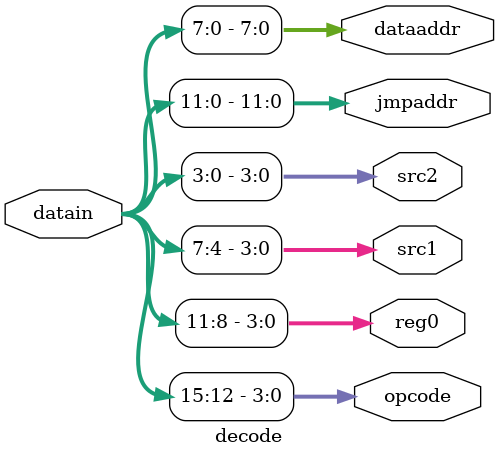
<source format=v>
module decode(datain,opcode,reg0,src1,src2,jmpaddr,dataaddr);
	input [15:0] datain;
	output [3:0] opcode,reg0,src1,src2;
	output [11:0] jmpaddr;
	output [7:0] dataaddr;
	assign opcode = datain[15:12];
	assign reg0 = datain[11:8];
	assign src1 = datain[7:4];
	assign src2 = datain[3:0];
	assign jmpaddr = datain[11:0];
	assign dataaddr = datain[7:0];
endmodule


</source>
